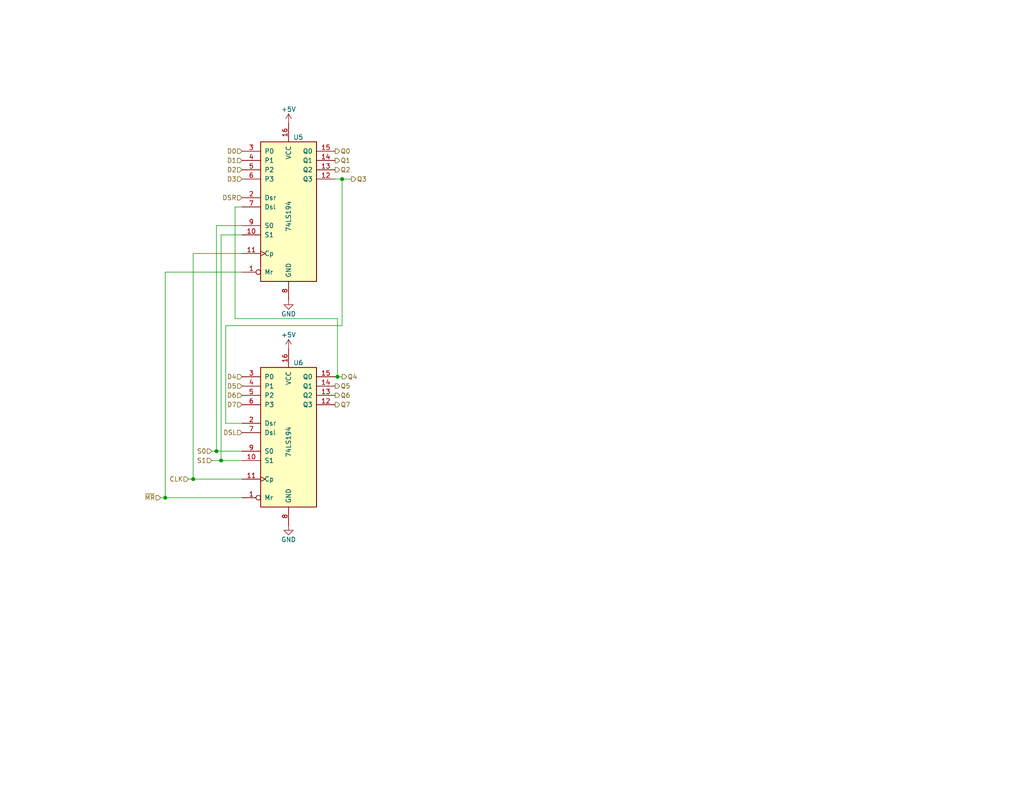
<source format=kicad_sch>
(kicad_sch (version 20231120) (generator "eeschema") (generator_version "8.0")
  (paper "USLetter")
  (title_block (title "DigiKit Tennis Replica") (date "2024-06-10") (rev "1.0") (company "RetroStack - Marcel Erz") (comment 2 "This is a replacement for the original chip") (comment 4 "8-bit Shift Register"))
  (lib_symbols
    (symbol "74xx:74LS194" (pin_names (offset 1.016))
      (property "Reference" "U" (at -7.62 19.05 0))
      (property "Value" "74LS194" (at -7.62 -21.59 0))
      (symbol "74LS194_1_0"
        (pin input inverted (at -12.7 -17.78 0) (length 5.08) (name "Mr") (number "1"))
        (pin input line (at -12.7 -7.62 0) (length 5.08) (name "S1") (number "10"))
        (pin input clock (at -12.7 -12.7 0) (length 5.08) (name "Cp") (number "11"))
        (pin output line (at 12.7 7.62 180) (length 5.08) (name "Q3") (number "12"))
        (pin output line (at 12.7 10.16 180) (length 5.08) (name "Q2") (number "13"))
        (pin output line (at 12.7 12.7 180) (length 5.08) (name "Q1") (number "14"))
        (pin output line (at 12.7 15.24 180) (length 5.08) (name "Q0") (number "15"))
        (pin power_in line (at 0 22.86 270) (length 5.08) (name "VCC") (number "16"))
        (pin input line (at -12.7 2.54 0) (length 5.08) (name "Dsr") (number "2"))
        (pin input line (at -12.7 15.24 0) (length 5.08) (name "P0") (number "3"))
        (pin input line (at -12.7 12.7 0) (length 5.08) (name "P1") (number "4"))
        (pin input line (at -12.7 10.16 0) (length 5.08) (name "P2") (number "5"))
        (pin input line (at -12.7 7.62 0) (length 5.08) (name "P3") (number "6"))
        (pin input line (at -12.7 0 0) (length 5.08) (name "Dsl") (number "7"))
        (pin power_in line (at 0 -25.4 90) (length 5.08) (name "GND") (number "8"))
        (pin input line (at -12.7 -5.08 0) (length 5.08) (name "S0") (number "9"))
      )
      (symbol "74LS194_1_1"
        (rectangle (start -7.62 17.78) (end 7.62 -20.32) (stroke (width 0.254)) (fill (type background)))
      )
    )
    (symbol "power:+5V" (power) (pin_names (offset 0))
      (property "Value" "+5V" (at 0 3.556 0))
      (symbol "+5V_0_1"
        (polyline (pts (xy -0.762 1.27) (xy 0 2.54)))
        (polyline (pts (xy 0 0) (xy 0 2.54)))
        (polyline (pts (xy 0 2.54) (xy 0.762 1.27)))
      )
      (symbol "+5V_1_1"
        (pin power_in line (at 0 0 90) (length 0) hide (name "+5V") (number "1"))
      )
    )
    (symbol "power:GND" (power) (pin_names (offset 0))
      (property "Value" "GND" (at 0 -3.81 0))
      (symbol "GND_0_1"
        (polyline (pts (xy 0 0) (xy 0 -1.27) (xy 1.27 -1.27) (xy 0 -2.54) (xy -1.27 -1.27) (xy 0 -1.27)))
      )
      (symbol "GND_1_1"
        (pin power_in line (at 0 0 270) (length 0) hide (name "GND") (number "1"))
      )
    )
  )
  (junction (at 92.075 102.87))
  (junction (at 59.055 123.19))
  (junction (at 45.085 135.89))
  (junction (at 93.345 48.895))
  (junction (at 52.705 130.81))
  (junction (at 60.325 125.73))
  (wire (pts (xy 52.705 69.215) (xy 52.705 130.81)))
  (wire (pts (xy 60.325 64.135) (xy 60.325 125.73)))
  (wire (pts (xy 66.04 115.57) (xy 61.595 115.57)))
  (wire (pts (xy 45.085 135.89) (xy 66.04 135.89)))
  (wire (pts (xy 59.055 123.19) (xy 66.04 123.19)))
  (wire (pts (xy 64.135 56.515) (xy 66.04 56.515)))
  (wire (pts (xy 66.04 69.215) (xy 52.705 69.215)))
  (wire (pts (xy 95.885 48.895) (xy 93.345 48.895)))
  (wire (pts (xy 57.785 125.73) (xy 60.325 125.73)))
  (wire (pts (xy 59.055 61.595) (xy 59.055 123.19)))
  (wire (pts (xy 92.075 102.87) (xy 92.075 86.995)))
  (wire (pts (xy 43.815 135.89) (xy 45.085 135.89)))
  (wire (pts (xy 64.135 86.995) (xy 64.135 56.515)))
  (wire (pts (xy 61.595 88.9) (xy 93.345 88.9)))
  (wire (pts (xy 93.345 48.895) (xy 91.44 48.895)))
  (wire (pts (xy 45.085 74.295) (xy 45.085 135.89)))
  (wire (pts (xy 61.595 115.57) (xy 61.595 88.9)))
  (wire (pts (xy 66.04 64.135) (xy 60.325 64.135)))
  (wire (pts (xy 93.345 102.87) (xy 92.075 102.87)))
  (wire (pts (xy 93.345 48.895) (xy 93.345 88.9)))
  (wire (pts (xy 66.04 61.595) (xy 59.055 61.595)))
  (wire (pts (xy 92.075 86.995) (xy 64.135 86.995)))
  (wire (pts (xy 66.04 74.295) (xy 45.085 74.295)))
  (wire (pts (xy 60.325 125.73) (xy 66.04 125.73)))
  (wire (pts (xy 92.075 102.87) (xy 91.44 102.87)))
  (wire (pts (xy 51.435 130.81) (xy 52.705 130.81)))
  (wire (pts (xy 57.785 123.19) (xy 59.055 123.19)))
  (wire (pts (xy 52.705 130.81) (xy 66.04 130.81)))
  (hierarchical_label "D7" (shape input) (at 66.04 110.49 180))
  (hierarchical_label "D1" (shape input) (at 66.04 43.815 180))
  (hierarchical_label "Q0" (shape output) (at 91.44 41.275 0))
  (hierarchical_label "Q1" (shape output) (at 91.44 43.815 0))
  (hierarchical_label "CLK" (shape input) (at 51.435 130.81 180))
  (hierarchical_label "D4" (shape input) (at 66.04 102.87 180))
  (hierarchical_label "D3" (shape input) (at 66.04 48.895 180))
  (hierarchical_label "~{MR}" (shape input) (at 43.815 135.89 180))
  (hierarchical_label "Q6" (shape output) (at 91.44 107.95 0))
  (hierarchical_label "DSR" (shape input) (at 66.04 53.975 180))
  (hierarchical_label "Q7" (shape output) (at 91.44 110.49 0))
  (hierarchical_label "D2" (shape input) (at 66.04 46.355 180))
  (hierarchical_label "D5" (shape input) (at 66.04 105.41 180))
  (hierarchical_label "S1" (shape input) (at 57.785 125.73 180))
  (hierarchical_label "D0" (shape input) (at 66.04 41.275 180))
  (hierarchical_label "Q2" (shape output) (at 91.44 46.355 0))
  (hierarchical_label "Q5" (shape output) (at 91.44 105.41 0))
  (hierarchical_label "D6" (shape input) (at 66.04 107.95 180))
  (hierarchical_label "S0" (shape input) (at 57.785 123.19 180))
  (hierarchical_label "DSL" (shape input) (at 66.04 118.11 180))
  (hierarchical_label "Q3" (shape output) (at 95.885 48.895 0))
  (hierarchical_label "Q4" (shape output) (at 93.345 102.87 0))
  (symbol (lib_id "power:+5V") (at 78.74 95.25 0) (unit 1)
    (property "Reference" "#PWR014" (effects (hide yes)))
    (property "Value" "+5V" (at 78.74 91.44 0))
  )
  (symbol (lib_id "74xx:74LS194") (at 78.74 118.11 0) (unit 1)
    (property "Reference" "U6" (at 80.01 99.06 0) (effects (justify left)))
    (property "Value" "74LS194" (at 78.74 120.65 90))
    (property "Footprint" "Package_DIP:DIP-16_W7.62mm" (effects (hide yes)))
    (property "Datasheet" "http://www.ti.com/lit/gpn/sn74LS194" (effects (hide yes)))
  )
  (symbol (lib_id "power:GND") (at 78.74 143.51 0) (unit 1)
    (property "Reference" "#PWR015" (effects (hide yes)))
    (property "Value" "GND" (at 78.74 147.32 0))
  )
  (symbol (lib_id "power:GND") (at 78.74 81.915 0) (unit 1)
    (property "Reference" "#PWR013" (effects (hide yes)))
    (property "Value" "GND" (at 78.74 85.725 0))
  )
  (symbol (lib_id "power:+5V") (at 78.74 33.655 0) (unit 1)
    (property "Reference" "#PWR012" (effects (hide yes)))
    (property "Value" "+5V" (at 78.74 29.845 0))
  )
  (symbol (lib_id "74xx:74LS194") (at 78.74 56.515 0) (unit 1)
    (property "Reference" "U5" (at 80.01 37.465 0) (effects (justify left)))
    (property "Value" "74LS194" (at 78.74 59.055 90))
    (property "Footprint" "Package_DIP:DIP-16_W7.62mm" (effects (hide yes)))
    (property "Datasheet" "http://www.ti.com/lit/gpn/sn74LS194" (effects (hide yes)))
  )
)
</source>
